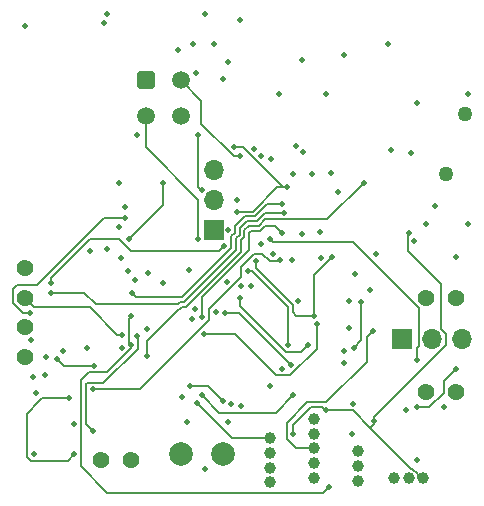
<source format=gbr>
%TF.GenerationSoftware,KiCad,Pcbnew,(6.0.7)*%
%TF.CreationDate,2022-09-21T11:21:43+02:00*%
%TF.ProjectId,CANpaca-EB-schematics,43414e70-6163-4612-9d45-422d73636865,rev?*%
%TF.SameCoordinates,Original*%
%TF.FileFunction,Copper,L2,Inr*%
%TF.FilePolarity,Positive*%
%FSLAX46Y46*%
G04 Gerber Fmt 4.6, Leading zero omitted, Abs format (unit mm)*
G04 Created by KiCad (PCBNEW (6.0.7)) date 2022-09-21 11:21:43*
%MOMM*%
%LPD*%
G01*
G04 APERTURE LIST*
G04 Aperture macros list*
%AMRoundRect*
0 Rectangle with rounded corners*
0 $1 Rounding radius*
0 $2 $3 $4 $5 $6 $7 $8 $9 X,Y pos of 4 corners*
0 Add a 4 corners polygon primitive as box body*
4,1,4,$2,$3,$4,$5,$6,$7,$8,$9,$2,$3,0*
0 Add four circle primitives for the rounded corners*
1,1,$1+$1,$2,$3*
1,1,$1+$1,$4,$5*
1,1,$1+$1,$6,$7*
1,1,$1+$1,$8,$9*
0 Add four rect primitives between the rounded corners*
20,1,$1+$1,$2,$3,$4,$5,0*
20,1,$1+$1,$4,$5,$6,$7,0*
20,1,$1+$1,$6,$7,$8,$9,0*
20,1,$1+$1,$8,$9,$2,$3,0*%
G04 Aperture macros list end*
%TA.AperFunction,ComponentPad*%
%ADD10C,1.270000*%
%TD*%
%TA.AperFunction,ComponentPad*%
%ADD11C,1.000000*%
%TD*%
%TA.AperFunction,ComponentPad*%
%ADD12C,2.000000*%
%TD*%
%TA.AperFunction,ComponentPad*%
%ADD13C,1.425000*%
%TD*%
%TA.AperFunction,ComponentPad*%
%ADD14R,1.700000X1.700000*%
%TD*%
%TA.AperFunction,ComponentPad*%
%ADD15O,1.700000X1.700000*%
%TD*%
%TA.AperFunction,ComponentPad*%
%ADD16RoundRect,0.250001X-0.499999X-0.499999X0.499999X-0.499999X0.499999X0.499999X-0.499999X0.499999X0*%
%TD*%
%TA.AperFunction,ComponentPad*%
%ADD17C,1.500000*%
%TD*%
%TA.AperFunction,ViaPad*%
%ADD18C,0.508000*%
%TD*%
%TA.AperFunction,Conductor*%
%ADD19C,0.200000*%
%TD*%
%TA.AperFunction,Conductor*%
%ADD20C,0.152400*%
%TD*%
G04 APERTURE END LIST*
D10*
%TO.N,VBUS*%
%TO.C,F1*%
X114050000Y-43450000D03*
%TO.N,Net-(C20-Pad2)*%
X112450000Y-48550000D03*
%TD*%
D11*
%TO.N,GND*%
%TO.C,J14*%
X101250000Y-69250000D03*
%TO.N,5V*%
X101250000Y-70500000D03*
%TO.N,SERVO*%
X101250000Y-71750000D03*
%TO.N,GND*%
X101250000Y-73000000D03*
%TO.N,PROBE*%
X101250000Y-74250000D03*
%TD*%
D12*
%TO.N,Net-(J6-Pad1)*%
%TO.C,J6*%
X90000000Y-72250000D03*
%TO.N,DC_IN*%
X93500000Y-72250000D03*
%TD*%
D11*
%TO.N,3V3*%
%TO.C,J16*%
X110500000Y-74250000D03*
%TO.N,GND*%
X109250000Y-74250000D03*
%TO.N,RUNOUT*%
X108000000Y-74250000D03*
%TD*%
%TO.N,5V*%
%TO.C,J13*%
X105000000Y-72000000D03*
%TO.N,GND*%
X105000000Y-73250000D03*
%TO.N,RGB*%
X105000000Y-74500000D03*
%TD*%
D13*
%TO.N,Net-(C15-Pad2)*%
%TO.C,J5*%
X113250000Y-67000000D03*
%TO.N,Net-(D3-Pad2)*%
X110750000Y-67000000D03*
%TD*%
%TO.N,Net-(C15-Pad2)*%
%TO.C,J2*%
X113250000Y-59000000D03*
%TO.N,Net-(D1-Pad2)*%
X110750000Y-59000000D03*
%TD*%
%TO.N,GND*%
%TO.C,J17*%
X83250000Y-72750000D03*
%TO.N,Net-(J17-Pad2)*%
X85750000Y-72750000D03*
%TD*%
D14*
%TO.N,DC_IN*%
%TO.C,J4*%
X108725000Y-62500000D03*
D15*
%TO.N,Net-(C15-Pad2)*%
X111265000Y-62500000D03*
%TO.N,5V*%
X113805000Y-62500000D03*
%TD*%
D13*
%TO.N,MOTOR_A2*%
%TO.C,J8*%
X76750000Y-56500000D03*
%TO.N,MOTOR_A1*%
X76750000Y-59000000D03*
%TO.N,Net-(J8-Pad3)*%
X76750000Y-61500000D03*
%TO.N,Net-(J8-Pad4)*%
X76750000Y-64000000D03*
%TD*%
D11*
%TO.N,FORCE_P*%
%TO.C,J12*%
X97500000Y-70875000D03*
%TO.N,RTDIN_P*%
X97500000Y-72125000D03*
%TO.N,RTDIN_N*%
X97500000Y-73375000D03*
%TO.N,FORCE_N*%
X97500000Y-74625000D03*
%TD*%
D14*
%TO.N,USB_5V*%
%TO.C,J11*%
X92750000Y-53275000D03*
D15*
%TO.N,5V*%
X92750000Y-50735000D03*
%TO.N,DC_5V*%
X92750000Y-48195000D03*
%TD*%
D16*
%TO.N,DC_IN*%
%TO.C,J7*%
X87000000Y-40585000D03*
D17*
%TO.N,GND*%
X90000000Y-40585000D03*
%TO.N,CAN_P*%
X87000000Y-43585000D03*
%TO.N,CAN_N*%
X90000000Y-43585000D03*
%TD*%
D18*
%TO.N,GND*%
X112250000Y-68250000D03*
X93500000Y-40500000D03*
X76750000Y-36000000D03*
X77667052Y-67091990D03*
X92750000Y-37500000D03*
X105250000Y-59371500D03*
X85250000Y-51328500D03*
X110000000Y-42500000D03*
X80500000Y-67500000D03*
X80954130Y-72250000D03*
X107750000Y-46500000D03*
X104648586Y-63203500D03*
X95000000Y-47000000D03*
X90695245Y-56634407D03*
X86250000Y-45250000D03*
X94000000Y-69500000D03*
X92000000Y-73500000D03*
X114250000Y-41750000D03*
X106000000Y-58333616D03*
X102250000Y-41750000D03*
X93930064Y-39046500D03*
X110750000Y-52750000D03*
X107500000Y-37500000D03*
X100250000Y-53553500D03*
X103250000Y-50000000D03*
X77495479Y-65664490D03*
X103750000Y-63500000D03*
X104571500Y-67970792D03*
X113250000Y-55500000D03*
%TO.N,5V*%
X77500000Y-72250000D03*
X78500000Y-65500000D03*
%TO.N,Net-(C2-Pad2)*%
X91462500Y-45212500D03*
X91750000Y-49898500D03*
%TO.N,CAN_P*%
X95033764Y-58033764D03*
X91446498Y-54046500D03*
%TO.N,CAN_N*%
X85609592Y-54049143D03*
X88500000Y-49250000D03*
%TO.N,DC_IN*%
X87118403Y-61671903D03*
X90500000Y-69500000D03*
%TO.N,Net-(C6-Pad2)*%
X80000000Y-63500000D03*
X90943417Y-60753720D03*
%TO.N,Net-(C7-Pad1)*%
X78553500Y-64000000D03*
%TO.N,Net-(C7-Pad2)*%
X79500000Y-64196500D03*
X82581498Y-64733822D03*
%TO.N,3V3*%
X104250000Y-61528500D03*
X98250000Y-41750000D03*
X99500000Y-70500000D03*
X91196500Y-59928500D03*
X106343016Y-69458688D03*
X109250000Y-53500000D03*
X82500000Y-70250000D03*
X100750000Y-63000000D03*
X95000000Y-59000000D03*
X109500000Y-46750000D03*
X86250000Y-62250000D03*
X85536780Y-56734237D03*
X102227918Y-68522082D03*
%TO.N,Net-(C10-Pad2)*%
X84750000Y-49250000D03*
X77271452Y-62542905D03*
%TO.N,Net-(C11-Pad2)*%
X85250000Y-52250000D03*
X77179209Y-60288022D03*
%TO.N,Net-(C16-Pad1)*%
X93875996Y-57625995D03*
X85000000Y-63246500D03*
%TO.N,Net-(C17-Pad1)*%
X84750000Y-53000000D03*
%TO.N,Net-(C19-Pad2)*%
X92000000Y-35000000D03*
X95000000Y-35500000D03*
X91016384Y-37516384D03*
X83750000Y-35000000D03*
%TO.N,Net-(C20-Pad2)*%
X111500000Y-51250000D03*
%TO.N,Net-(C23-Pad2)*%
X89750000Y-38000000D03*
X91250000Y-40000000D03*
X83500000Y-35750000D03*
%TO.N,1V1*%
X101783970Y-53464823D03*
X101046500Y-48500000D03*
X102646500Y-48446500D03*
%TO.N,Net-(C47-Pad2)*%
X101802812Y-55644376D03*
X99346500Y-55825423D03*
X104750000Y-57000000D03*
%TO.N,Net-(C48-Pad2)*%
X99883459Y-59248111D03*
%TO.N,RTDIN_P*%
X95090897Y-68159103D03*
%TO.N,RTDIN_N*%
X94250000Y-68000000D03*
%TO.N,RUN*%
X96332603Y-55881068D03*
X102789633Y-55556865D03*
X101250000Y-60500000D03*
%TO.N,TH_0*%
X87072673Y-63935860D03*
X105500000Y-49250000D03*
%TO.N,USB_5V*%
X114250000Y-52750000D03*
X94003479Y-53250000D03*
%TO.N,MOTOR_A2*%
X82000000Y-63246500D03*
%TO.N,MOTOR_A1*%
X85000000Y-62107000D03*
%TO.N,Net-(J8-Pad3)*%
X83750000Y-54849161D03*
%TO.N,Net-(J8-Pad4)*%
X82250000Y-55000000D03*
%TO.N,Net-(J9-PadB5)*%
X100211784Y-38880575D03*
%TO.N,Net-(J9-PadA5)*%
X103750000Y-38453500D03*
%TO.N,FORCE_P*%
X91335374Y-67914626D03*
X97525968Y-66474032D03*
%TO.N,FORCE_N*%
X93513735Y-67733349D03*
X90750000Y-66500000D03*
%TO.N,SERVO*%
X106250000Y-61796500D03*
X97760456Y-55303500D03*
%TO.N,PROBE*%
X95902685Y-58001986D03*
%TO.N,RUNOUT*%
X109000000Y-68500000D03*
X109958232Y-72695695D03*
%TO.N,Net-(Q2-Pad1)*%
X113250000Y-65000000D03*
X110000000Y-68250000D03*
%TO.N,Net-(Q3-Pad4)*%
X80953630Y-69693839D03*
%TO.N,FAN_0*%
X96736906Y-54446500D03*
X106500000Y-55303000D03*
%TO.N,FAN_1*%
X110000000Y-64246500D03*
X97500000Y-54000000D03*
%TO.N,HOT_0*%
X98393300Y-55820875D03*
X82500000Y-66750000D03*
%TO.N,QSPI_SS*%
X97635643Y-47203500D03*
X94722528Y-51698486D03*
X94500000Y-46250000D03*
X98946498Y-49601500D03*
%TO.N,SCK*%
X85750000Y-63000000D03*
X102500000Y-75000000D03*
X85750000Y-60553500D03*
%TO.N,CS_MAX*%
X91750000Y-60578500D03*
X98533223Y-53466979D03*
%TO.N,MOSI*%
X99500000Y-67250000D03*
X91750000Y-67250000D03*
X87184035Y-56934036D03*
%TO.N,430R*%
X101500000Y-61250000D03*
X91928977Y-62097294D03*
%TO.N,4300R*%
X93750000Y-60303500D03*
X99304167Y-64700933D03*
%TO.N,MOSI_2*%
X104504521Y-70495479D03*
%TO.N,MISO*%
X92908508Y-60159726D03*
X95635292Y-56750000D03*
X84921500Y-55653386D03*
X99082857Y-63027098D03*
%TO.N,CS_ADXL*%
X103750000Y-64500000D03*
%TO.N,ISENSOR*%
X98557331Y-64990445D03*
%TO.N,STEP_E*%
X85871472Y-58614634D03*
X98540383Y-51028500D03*
%TO.N,DIR_E*%
X86090280Y-57500000D03*
X94750000Y-50750000D03*
%TO.N,DIAG1_E*%
X93607477Y-54608367D03*
X78963220Y-57765763D03*
%TO.N,EN_E*%
X79000000Y-58553500D03*
X98686817Y-51809074D03*
%TO.N,QSPI_SD1*%
X96758192Y-46975424D03*
%TO.N,QSPI_SD2*%
X96141384Y-46358616D03*
%TO.N,QSPI_SD0*%
X99682339Y-46178500D03*
%TO.N,QSPI_SCLK*%
X100337945Y-46662055D03*
%TO.N,QSPI_SD3*%
X99500000Y-48500500D03*
%TO.N,CAN_OUT*%
X88500000Y-57750000D03*
%TO.N,BOOT_IN*%
X109750000Y-54196500D03*
X104250000Y-59250000D03*
%TO.N,THO_IN*%
X90068990Y-67431010D03*
%TD*%
D19*
%TO.N,GND*%
X78250000Y-67500000D02*
X78000000Y-67750000D01*
X94466525Y-47000000D02*
X91716525Y-44250000D01*
X78000000Y-67750000D02*
X76946000Y-68804000D01*
X91716525Y-44250000D02*
X91716525Y-42301525D01*
X95000000Y-47000000D02*
X94466525Y-47000000D01*
X105250000Y-62602086D02*
X105250000Y-59371500D01*
X80400130Y-72804000D02*
X80954130Y-72250000D01*
X80500000Y-67500000D02*
X78250000Y-67500000D01*
X91716525Y-42301525D02*
X90000000Y-40585000D01*
X77270525Y-72804000D02*
X80400130Y-72804000D01*
X76946000Y-72479475D02*
X77270525Y-72804000D01*
X104648586Y-63203500D02*
X105250000Y-62602086D01*
X76946000Y-68804000D02*
X76946000Y-72479475D01*
%TO.N,Net-(C2-Pad2)*%
X91462500Y-49611000D02*
X91462500Y-45212500D01*
X91750000Y-49898500D02*
X91462500Y-49611000D01*
D20*
%TO.N,CAN_P*%
X91446498Y-54046500D02*
X91446498Y-50696498D01*
X91446498Y-50696498D02*
X87000000Y-46250000D01*
X87000000Y-46250000D02*
X87000000Y-43585000D01*
%TO.N,CAN_N*%
X88500000Y-51158735D02*
X88500000Y-49250000D01*
X85609592Y-54049143D02*
X88500000Y-51158735D01*
D19*
%TO.N,Net-(C7-Pad2)*%
X79500000Y-64196500D02*
X80037322Y-64733822D01*
X80037322Y-64733822D02*
X82581498Y-64733822D01*
%TO.N,3V3*%
X106000000Y-70000000D02*
X109450000Y-73450000D01*
X99500000Y-69750000D02*
X99500000Y-70500000D01*
X98853382Y-63581098D02*
X100168902Y-63581098D01*
X106343016Y-69048330D02*
X106343016Y-69458688D01*
X112000000Y-61608654D02*
X112415000Y-62023654D01*
X112415000Y-62023654D02*
X112415000Y-62976346D01*
X83399660Y-66196000D02*
X82054000Y-66196000D01*
X95000000Y-59727716D02*
X98853382Y-63581098D01*
X81946000Y-66304000D02*
X81946000Y-69696000D01*
X86304000Y-63291660D02*
X83399660Y-66196000D01*
X102227918Y-68522082D02*
X101955836Y-68250000D01*
X86304000Y-62304000D02*
X86304000Y-63291660D01*
X86250000Y-62250000D02*
X86304000Y-62304000D01*
X112415000Y-62976346D02*
X106343016Y-69048330D01*
X110250000Y-74250000D02*
X110500000Y-74250000D01*
X106343016Y-69656984D02*
X106343016Y-69458688D01*
X112000000Y-57848663D02*
X112000000Y-61608654D01*
X109196000Y-55044663D02*
X112000000Y-57848663D01*
X81946000Y-69696000D02*
X82500000Y-70250000D01*
X109450000Y-73450000D02*
X109581371Y-73450000D01*
X106000000Y-70000000D02*
X106343016Y-69656984D01*
X101000000Y-68250000D02*
X99500000Y-69750000D01*
X82054000Y-66196000D02*
X81946000Y-66304000D01*
X102227918Y-68522082D02*
X104522082Y-68522082D01*
X110050000Y-74050000D02*
X110250000Y-74250000D01*
X109196000Y-53554000D02*
X109196000Y-55044663D01*
X101955836Y-68250000D02*
X101000000Y-68250000D01*
X100168902Y-63581098D02*
X100750000Y-63000000D01*
X109581371Y-73450000D02*
X110050000Y-73918629D01*
X95000000Y-59000000D02*
X95000000Y-59727716D01*
X109250000Y-53500000D02*
X109196000Y-53554000D01*
X104522082Y-68522082D02*
X106000000Y-70000000D01*
X110050000Y-73918629D02*
X110050000Y-74050000D01*
%TO.N,Net-(C11-Pad2)*%
X76125999Y-57874001D02*
X77810313Y-57874001D01*
X76606130Y-60288022D02*
X75737500Y-59419392D01*
X75737500Y-58262500D02*
X76125999Y-57874001D01*
X83434314Y-52250000D02*
X85250000Y-52250000D01*
X77179209Y-60288022D02*
X76606130Y-60288022D01*
X75737500Y-59419392D02*
X75737500Y-58262500D01*
X77810313Y-57874001D02*
X83434314Y-52250000D01*
%TO.N,RUN*%
X99482857Y-60232857D02*
X99750000Y-60500000D01*
X99482857Y-59630054D02*
X99482857Y-60232857D01*
X96332603Y-55881068D02*
X96332603Y-56479800D01*
X101250000Y-60500000D02*
X101250000Y-57096498D01*
X101250000Y-57096498D02*
X102789633Y-55556865D01*
X99750000Y-60500000D02*
X101250000Y-60500000D01*
X96332603Y-56479800D02*
X99482857Y-59630054D01*
%TO.N,TH_0*%
X102386926Y-52363074D02*
X105500000Y-49250000D01*
X89849500Y-59900500D02*
X89915186Y-59900500D01*
X95357479Y-53273893D02*
X95732886Y-52898486D01*
X97083984Y-52363074D02*
X102386926Y-52363074D01*
X95050000Y-54118326D02*
X95357479Y-53810847D01*
X95050000Y-55082079D02*
X95050000Y-54118326D01*
X90069186Y-59746500D02*
X90385579Y-59746500D01*
X90385579Y-59746500D02*
X95050000Y-55082079D01*
X95357479Y-53810847D02*
X95357479Y-53273893D01*
X89915186Y-59900500D02*
X90069186Y-59746500D01*
X87072673Y-63935860D02*
X87072673Y-62677327D01*
X95732886Y-52898486D02*
X96548571Y-52898486D01*
X87072673Y-62677327D02*
X89849500Y-59900500D01*
X96548571Y-52898486D02*
X97083984Y-52363074D01*
%TO.N,MOTOR_A1*%
X82250000Y-59750000D02*
X77500000Y-59750000D01*
X84607000Y-62107000D02*
X82250000Y-59750000D01*
X85000000Y-62107000D02*
X84607000Y-62107000D01*
X77500000Y-59750000D02*
X76750000Y-59000000D01*
D20*
%TO.N,FORCE_P*%
X94295748Y-70875000D02*
X97500000Y-70875000D01*
X91335374Y-67914626D02*
X94295748Y-70875000D01*
%TO.N,FORCE_N*%
X92280386Y-66500000D02*
X93513735Y-67733349D01*
X90750000Y-66500000D02*
X92280386Y-66500000D01*
D19*
%TO.N,SERVO*%
X106250000Y-61796500D02*
X105750000Y-62296500D01*
X102292000Y-67850000D02*
X100650000Y-67850000D01*
X100650000Y-67850000D02*
X98946000Y-69554000D01*
X105750000Y-64392000D02*
X102292000Y-67850000D01*
X99750000Y-71750000D02*
X101250000Y-71750000D01*
X105750000Y-62296500D02*
X105750000Y-64392000D01*
X98946000Y-70946000D02*
X99750000Y-71750000D01*
X98946000Y-69554000D02*
X98946000Y-70946000D01*
%TO.N,Net-(Q2-Pad1)*%
X111000000Y-68250000D02*
X110000000Y-68250000D01*
X112237500Y-67012500D02*
X111000000Y-68250000D01*
X113250000Y-65000000D02*
X112237500Y-66012500D01*
X112237500Y-66012500D02*
X112237500Y-67012500D01*
%TO.N,FAN_1*%
X104515999Y-54250000D02*
X97750000Y-54250000D01*
X110115000Y-63115000D02*
X110115000Y-59849001D01*
X110000000Y-63230000D02*
X110115000Y-63115000D01*
X97750000Y-54250000D02*
X97500000Y-54000000D01*
X110115000Y-59849001D02*
X104515999Y-54250000D01*
X110000000Y-64246500D02*
X110000000Y-63230000D01*
%TO.N,HOT_0*%
X98393300Y-55820875D02*
X98356675Y-55857500D01*
X96182906Y-55247290D02*
X95081792Y-56348404D01*
X95081792Y-57202967D02*
X92354508Y-59930251D01*
X92354508Y-60888288D02*
X86492796Y-66750000D01*
X98356675Y-55857500D02*
X97490234Y-55857500D01*
X97490234Y-55857500D02*
X96880024Y-55247290D01*
X95081792Y-56348404D02*
X95081792Y-57202967D01*
X92354508Y-59930251D02*
X92354508Y-60888288D01*
X96880024Y-55247290D02*
X96182906Y-55247290D01*
X86492796Y-66750000D02*
X82500000Y-66750000D01*
%TO.N,QSPI_SS*%
X95250000Y-46250000D02*
X98601500Y-49601500D01*
X98601500Y-49601500D02*
X98946498Y-49601500D01*
X94500000Y-46250000D02*
X95250000Y-46250000D01*
X98148500Y-49601500D02*
X96051514Y-51698486D01*
X98946498Y-49601500D02*
X98148500Y-49601500D01*
X96051514Y-51698486D02*
X94722528Y-51698486D01*
%TO.N,SCK*%
X85750000Y-63279975D02*
X85750000Y-63000000D01*
X83750000Y-75500000D02*
X81507630Y-73257630D01*
X81507630Y-65992370D02*
X82212178Y-65287822D01*
X82212178Y-65287822D02*
X83742153Y-65287822D01*
X81507630Y-73257630D02*
X81507630Y-65992370D01*
X85554000Y-60749500D02*
X85554000Y-62804000D01*
X102500000Y-75000000D02*
X102000000Y-75500000D01*
X102000000Y-75500000D02*
X83750000Y-75500000D01*
X85554000Y-62804000D02*
X85750000Y-63000000D01*
X83742153Y-65287822D02*
X85750000Y-63279975D01*
X85750000Y-60553500D02*
X85554000Y-60749500D01*
%TO.N,CS_MAX*%
X96714256Y-53298486D02*
X95951514Y-53298486D01*
X91750500Y-58968016D02*
X91750500Y-60578000D01*
X97131371Y-52881371D02*
X96714256Y-53298486D01*
X95757479Y-53492521D02*
X95757479Y-54961037D01*
X95757479Y-54961037D02*
X91750500Y-58968016D01*
X98533223Y-53466979D02*
X97947615Y-52881371D01*
X95951514Y-53298486D02*
X95757479Y-53492521D01*
X97947615Y-52881371D02*
X97131371Y-52881371D01*
X91750500Y-60578000D02*
X91750000Y-60578500D01*
%TO.N,MOSI*%
X93213103Y-68713103D02*
X91750000Y-67250000D01*
X99500000Y-67250000D02*
X98036897Y-68713103D01*
X98036897Y-68713103D02*
X93213103Y-68713103D01*
%TO.N,430R*%
X91928977Y-62097294D02*
X94597294Y-62097294D01*
X99244130Y-65544445D02*
X101500000Y-63288575D01*
X94597294Y-62097294D02*
X98044445Y-65544445D01*
X98044445Y-65544445D02*
X99244130Y-65544445D01*
X101500000Y-63288575D02*
X101500000Y-61250000D01*
%TO.N,4300R*%
X94906734Y-60303500D02*
X99304167Y-64700933D01*
X93750000Y-60303500D02*
X94906734Y-60303500D01*
%TO.N,MISO*%
X96037117Y-56750000D02*
X99082857Y-59795740D01*
X95635292Y-56750000D02*
X96037117Y-56750000D01*
X99082857Y-59795740D02*
X99082857Y-63027098D01*
%TO.N,STEP_E*%
X96217200Y-52098486D02*
X97287186Y-51028500D01*
X94250000Y-54750707D02*
X94250000Y-53786954D01*
X94557479Y-52942521D02*
X95401514Y-52098486D01*
X97287186Y-51028500D02*
X98540383Y-51028500D01*
X94557479Y-53479475D02*
X94557479Y-52942521D01*
X95401514Y-52098486D02*
X96217200Y-52098486D01*
X85871472Y-58614634D02*
X86203338Y-58946500D01*
X94250000Y-53786954D02*
X94557479Y-53479475D01*
X86203338Y-58946500D02*
X90054207Y-58946500D01*
X90054207Y-58946500D02*
X94250000Y-54750707D01*
%TO.N,DIAG1_E*%
X93607477Y-54608367D02*
X93215844Y-55000000D01*
X85776974Y-55000000D02*
X84776974Y-54000000D01*
X78963220Y-57286780D02*
X78963220Y-57765763D01*
X93215844Y-55000000D02*
X85776974Y-55000000D01*
X84776974Y-54000000D02*
X82250000Y-54000000D01*
X82250000Y-54000000D02*
X78963220Y-57286780D01*
%TO.N,EN_E*%
X81803500Y-58553500D02*
X79000000Y-58553500D01*
X89903500Y-59346500D02*
X89749500Y-59500500D01*
X82750500Y-59500500D02*
X81803500Y-58553500D01*
X98686817Y-51809074D02*
X97072298Y-51809074D01*
X89749500Y-59500500D02*
X82750500Y-59500500D01*
X94650000Y-53952640D02*
X94650000Y-54916393D01*
X95567200Y-52498486D02*
X94957479Y-53108207D01*
X94957479Y-53108207D02*
X94957479Y-53645161D01*
X94957479Y-53645161D02*
X94650000Y-53952640D01*
X94650000Y-54916393D02*
X90219893Y-59346500D01*
X97072298Y-51809074D02*
X96382885Y-52498486D01*
X90219893Y-59346500D02*
X89903500Y-59346500D01*
X96382885Y-52498486D02*
X95567200Y-52498486D01*
%TD*%
M02*

</source>
